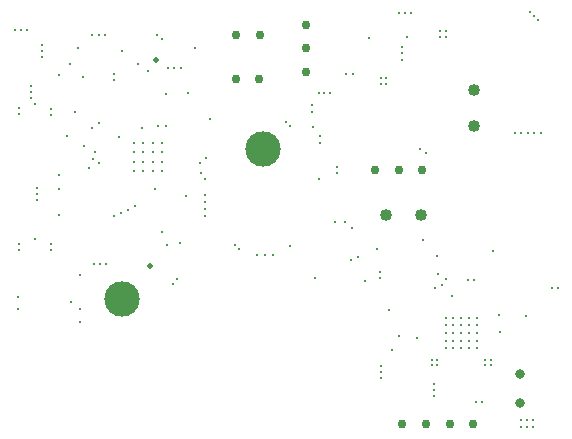
<source format=gbr>
%TF.GenerationSoftware,KiCad,Pcbnew,(6.0.6)*%
%TF.CreationDate,2022-09-22T21:47:13+08:00*%
%TF.ProjectId,Stealthburner_Toolhead_PCB,53746561-6c74-4686-9275-726e65725f54,rev?*%
%TF.SameCoordinates,Original*%
%TF.FileFunction,Plated,1,6,PTH,Drill*%
%TF.FilePolarity,Positive*%
%FSLAX46Y46*%
G04 Gerber Fmt 4.6, Leading zero omitted, Abs format (unit mm)*
G04 Created by KiCad (PCBNEW (6.0.6)) date 2022-09-22 21:47:13*
%MOMM*%
%LPD*%
G01*
G04 APERTURE LIST*
%TA.AperFunction,ViaDrill*%
%ADD10C,0.200000*%
%TD*%
%TA.AperFunction,ComponentDrill*%
%ADD11C,0.500000*%
%TD*%
%TA.AperFunction,ComponentDrill*%
%ADD12C,0.750000*%
%TD*%
%TA.AperFunction,ComponentDrill*%
%ADD13C,0.800000*%
%TD*%
%TA.AperFunction,ComponentDrill*%
%ADD14C,1.020000*%
%TD*%
%TA.AperFunction,ComponentDrill*%
%ADD15C,3.000000*%
%TD*%
G04 APERTURE END LIST*
D10*
X100533200Y-98602800D03*
X100838000Y-121208800D03*
X100838000Y-122224800D03*
X100888800Y-105257600D03*
X100888800Y-105765600D03*
X100888800Y-116738400D03*
X100888800Y-117246400D03*
X101041200Y-98602800D03*
X101549200Y-98602800D03*
X101904800Y-103327200D03*
X101904800Y-103835200D03*
X101904800Y-104343200D03*
X102260400Y-104851200D03*
X102260400Y-116332000D03*
X102412800Y-112014000D03*
X102412800Y-112522000D03*
X102412800Y-113030000D03*
X102870000Y-99872800D03*
X102870000Y-100380800D03*
X102870000Y-100888800D03*
X103632000Y-105308400D03*
X103632000Y-105816400D03*
X103632000Y-116738400D03*
X103632000Y-117246400D03*
X104241600Y-102463600D03*
X104241600Y-110896400D03*
X104241600Y-114249200D03*
X104292400Y-112064800D03*
X104952800Y-107594400D03*
X105218068Y-101467868D03*
X105257600Y-121615200D03*
X105613200Y-105562400D03*
X105918000Y-100126800D03*
X106019600Y-119380000D03*
X106019600Y-122224800D03*
X106019600Y-123342400D03*
X106324400Y-102565200D03*
X106375200Y-108407200D03*
X106781600Y-110337600D03*
X107035600Y-106934000D03*
X107086400Y-99060000D03*
X107137200Y-109524800D03*
X107238800Y-118465600D03*
X107289600Y-108915200D03*
X107645200Y-99060000D03*
X107645200Y-109880400D03*
X107684600Y-106488200D03*
X107746800Y-118465600D03*
X108204000Y-99060000D03*
X108254800Y-118465600D03*
X108915200Y-114401600D03*
X108966000Y-102362000D03*
X108966000Y-102870000D03*
X109321600Y-107696000D03*
X109524800Y-114096800D03*
X109626400Y-100380800D03*
X110134400Y-113842800D03*
X110591600Y-108153200D03*
X110591600Y-108966000D03*
X110591600Y-109778800D03*
X110591600Y-110591600D03*
X110744000Y-113538000D03*
X110923200Y-101522400D03*
X111285427Y-106902277D03*
X111404400Y-108153200D03*
X111404400Y-108966000D03*
X111404400Y-109778800D03*
X111404400Y-110591600D03*
X111810800Y-102108000D03*
X112217200Y-108153200D03*
X112217200Y-108966000D03*
X112217200Y-109778800D03*
X112217200Y-110591600D03*
X112420400Y-112064800D03*
X112572800Y-99060000D03*
X112674400Y-106730800D03*
X112979200Y-99415600D03*
X113000629Y-115691475D03*
X113030000Y-108153200D03*
X113030000Y-108966000D03*
X113030000Y-109778800D03*
X113030000Y-110591600D03*
X113309400Y-104013000D03*
X113334800Y-106745381D03*
X113436400Y-116789200D03*
X113487200Y-101854000D03*
X113893600Y-120142000D03*
X114046000Y-101854000D03*
X114300000Y-119735600D03*
X114503200Y-116636800D03*
X114604800Y-101854000D03*
X115011200Y-112674400D03*
X115214400Y-103987600D03*
X115824000Y-100126800D03*
X116211661Y-109911035D03*
X116332000Y-110693200D03*
X116621374Y-111234152D03*
X116636800Y-112572800D03*
X116636800Y-113182400D03*
X116636800Y-113792000D03*
X116636800Y-114401600D03*
X116687600Y-109423200D03*
X117043200Y-106121200D03*
X119176800Y-116789200D03*
X119532400Y-117144800D03*
X121056400Y-117703600D03*
X121716800Y-117703600D03*
X122428000Y-117703600D03*
X123494800Y-106426000D03*
X123799600Y-116941600D03*
X123850400Y-106781600D03*
X125730000Y-105003600D03*
X125730000Y-105562400D03*
X125816400Y-106847600D03*
X125933200Y-119583200D03*
X126288800Y-103987600D03*
X126288800Y-111201200D03*
X126339600Y-107594400D03*
X126339600Y-108153200D03*
X126746000Y-103987600D03*
X127203200Y-103987600D03*
X127660400Y-114909600D03*
X127812800Y-110236000D03*
X127812800Y-110693200D03*
X128524000Y-114858800D03*
X128574800Y-102362000D03*
X128981200Y-118110000D03*
X129082800Y-115417600D03*
X129133600Y-102362000D03*
X129590800Y-117856000D03*
X130149600Y-119837200D03*
X130556000Y-99314000D03*
X131216400Y-117195600D03*
X131419600Y-119126000D03*
X131419600Y-119634000D03*
X131521200Y-102717600D03*
X131521200Y-103174800D03*
X131572000Y-127101600D03*
X131572000Y-127609600D03*
X131572000Y-128117600D03*
X131978400Y-102717600D03*
X131978400Y-103174800D03*
X132232400Y-122326400D03*
X132435600Y-125679200D03*
X133096000Y-97180400D03*
X133096000Y-124510800D03*
X133299200Y-100025200D03*
X133299200Y-100584000D03*
X133299200Y-101142800D03*
X133604000Y-97180400D03*
X133705600Y-99212400D03*
X134112000Y-97180400D03*
X134620000Y-124714000D03*
X134874000Y-108661200D03*
X135077200Y-116382800D03*
X135373255Y-109008055D03*
X135839200Y-126542800D03*
X135839200Y-127000000D03*
X136042400Y-128625600D03*
X136042400Y-129133600D03*
X136042400Y-129641600D03*
X136093200Y-120497600D03*
X136245600Y-117754400D03*
X136296400Y-126542800D03*
X136296400Y-127000000D03*
X136396000Y-119280400D03*
X136550400Y-98704400D03*
X136550400Y-99187000D03*
X136675951Y-120201243D03*
X137007600Y-98704400D03*
X137007600Y-99187000D03*
X137007600Y-119684800D03*
X137007600Y-122961400D03*
X137007600Y-123621800D03*
X137007600Y-124282200D03*
X137007600Y-124942600D03*
X137007600Y-125577600D03*
X137566400Y-121158000D03*
X137668000Y-122961400D03*
X137668000Y-123621800D03*
X137668000Y-124282200D03*
X137668000Y-124942600D03*
X137668000Y-125577600D03*
X138328400Y-122961400D03*
X138328400Y-123621800D03*
X138328400Y-124282200D03*
X138328400Y-124942600D03*
X138328400Y-125577600D03*
X138887200Y-119786400D03*
X138988800Y-122961400D03*
X138988800Y-123621800D03*
X138988800Y-124282200D03*
X138988800Y-124942600D03*
X138988800Y-125577600D03*
X139395200Y-119786400D03*
X139547600Y-130098800D03*
X139649200Y-122961400D03*
X139649200Y-123621800D03*
X139649200Y-124282200D03*
X139649200Y-124942600D03*
X139649200Y-125577600D03*
X140055600Y-130098800D03*
X140360400Y-126542800D03*
X140360400Y-127000000D03*
X140817600Y-126542800D03*
X140817600Y-127000000D03*
X141020800Y-117297200D03*
X141528800Y-122783600D03*
X141579600Y-124206000D03*
X142849600Y-107340400D03*
X143408400Y-107340400D03*
X143408400Y-131673600D03*
X143408400Y-132232400D03*
X143814800Y-122834400D03*
X143916400Y-131673600D03*
X143916400Y-132232400D03*
X143967200Y-107340400D03*
X144119600Y-97078800D03*
X144424400Y-131673600D03*
X144424400Y-132232400D03*
X144475200Y-97434400D03*
X144526000Y-107340400D03*
X144830800Y-97790000D03*
X145084800Y-107340400D03*
X145999200Y-120497600D03*
X146507200Y-120497600D03*
D11*
%TO.C,TP1*%
X111963200Y-118567200D03*
%TO.C,J3*%
X112471200Y-101142800D03*
D12*
%TO.C,J4*%
X119243600Y-102726400D03*
%TO.C,J6*%
X119259600Y-99009200D03*
%TO.C,J4*%
X121243600Y-102726400D03*
%TO.C,J6*%
X121259600Y-99009200D03*
%TO.C,J2*%
X125222000Y-98177600D03*
X125222000Y-100177600D03*
X125222000Y-102177600D03*
%TO.C,J8*%
X131045200Y-110481200D03*
X133045200Y-110481200D03*
%TO.C,J12*%
X133347200Y-131987200D03*
%TO.C,J8*%
X135045200Y-110481200D03*
%TO.C,J12*%
X135347200Y-131987200D03*
X137347200Y-131987200D03*
X139347200Y-131987200D03*
D13*
%TO.C,C32*%
X143306800Y-127711200D03*
X143306800Y-130211200D03*
D14*
%TO.C,J9*%
X131951600Y-114241600D03*
X134951600Y-114241600D03*
%TO.C,J1*%
X139446000Y-103706800D03*
X139446000Y-106706800D03*
D15*
%TO.C,H1*%
X109575600Y-121361200D03*
%TO.C,H2*%
X121564400Y-108661200D03*
M02*

</source>
